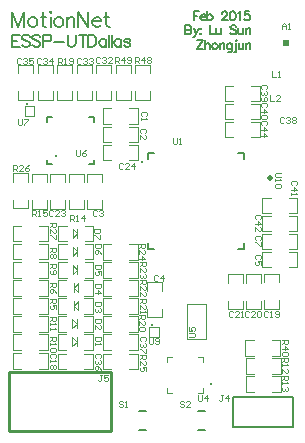
<source format=gto>
%FSLAX25Y25*%
%MOIN*%
G70*
G01*
G75*
G04 Layer_Color=65535*
%ADD10R,0.03937X0.03740*%
%ADD11R,0.25984X0.25984*%
%ADD12O,0.00945X0.02362*%
%ADD13O,0.02362X0.00945*%
%ADD14R,0.02165X0.02362*%
%ADD15R,0.02362X0.02165*%
%ADD16R,0.03740X0.03937*%
%ADD17C,0.00984*%
%ADD18R,0.01772X0.05433*%
%ADD19R,0.09350X0.07480*%
%ADD20R,0.04606X0.07480*%
%ADD21R,0.05807X0.08268*%
%ADD22R,0.03150X0.00984*%
%ADD23R,0.00984X0.03150*%
%ADD24R,0.03937X0.02165*%
%ADD25R,0.04134X0.02362*%
%ADD26R,0.06693X0.06693*%
%ADD27O,0.03347X0.01102*%
%ADD28O,0.01102X0.03347*%
%ADD29R,0.03150X0.03740*%
%ADD30R,0.06299X0.07087*%
%ADD31R,0.01378X0.03937*%
%ADD32R,0.06299X0.03150*%
%ADD33C,0.01200*%
%ADD34C,0.00800*%
%ADD35C,0.01500*%
%ADD36C,0.02000*%
%ADD37C,0.01000*%
%ADD38C,0.01826*%
%ADD39R,0.04000X0.04100*%
%ADD40R,0.01300X0.04400*%
%ADD41R,0.04000X0.04200*%
%ADD42C,0.05906*%
%ADD43R,0.05906X0.05906*%
%ADD44C,0.02200*%
%ADD45C,0.04331*%
%ADD46C,0.05000*%
%ADD47C,0.04000*%
%ADD48R,0.06728X0.02402*%
%ADD49C,0.03098*%
%ADD50R,0.02362X0.03937*%
%ADD51R,0.03937X0.02362*%
%ADD52R,0.07500X0.05500*%
%ADD53R,0.07100X0.05500*%
%ADD54R,0.05500X0.07500*%
%ADD55R,0.03200X0.05900*%
%ADD56R,0.04724X0.04331*%
%ADD57R,0.05906X0.03150*%
%ADD58R,0.02402X0.06728*%
%ADD59C,0.01800*%
%ADD60C,0.01181*%
%ADD61C,0.01969*%
%ADD62R,0.02362X0.02362*%
%ADD63C,0.00394*%
%ADD64C,0.00591*%
%ADD65C,0.00787*%
%ADD66C,0.00315*%
%ADD67C,0.00400*%
%ADD68C,0.00600*%
%ADD69C,0.00700*%
D37*
X228964Y308583D02*
X262822D01*
X262964Y289052D02*
Y308540D01*
X228822Y289052D02*
Y308540D01*
Y289052D02*
X262964D01*
D60*
X273100Y378595D02*
D03*
X276413Y324362D02*
D03*
X244400Y380800D02*
D03*
X235013Y398062D02*
D03*
X296261Y304747D02*
D03*
D61*
X316059Y373457D02*
D03*
D62*
X321100Y418300D02*
D03*
D63*
X307773Y307259D02*
X310600D01*
X307773Y302141D02*
Y307259D01*
Y302141D02*
X310600D01*
X316600Y307259D02*
X319427D01*
Y302141D02*
Y307259D01*
X316600Y302141D02*
X319427D01*
X300773Y392159D02*
X303600D01*
X300773Y387041D02*
Y392159D01*
Y387041D02*
X303600D01*
X309600Y392159D02*
X312427D01*
Y387041D02*
Y392159D01*
X309600Y387041D02*
X312427D01*
X307773Y313259D02*
X310600D01*
X307773Y308141D02*
Y313259D01*
Y308141D02*
X310600D01*
X316600Y313259D02*
X319427D01*
Y308141D02*
Y313259D01*
X316600Y308141D02*
X319427D01*
X230173Y314959D02*
X233000D01*
X230173Y309841D02*
Y314959D01*
Y309841D02*
X233000D01*
X239000Y314959D02*
X241827D01*
Y309841D02*
Y314959D01*
X239000Y309841D02*
X241827D01*
X260173Y390359D02*
X263000D01*
X260173Y385241D02*
Y390359D01*
Y385241D02*
X263000D01*
X269000Y390359D02*
X271827D01*
Y385241D02*
Y390359D01*
X269000Y385241D02*
X271827D01*
X274841Y326973D02*
Y329800D01*
Y326973D02*
X279959D01*
Y329800D01*
X274841Y335800D02*
Y338627D01*
X279959D01*
Y335800D02*
Y338627D01*
X307841Y329673D02*
Y332500D01*
Y329673D02*
X312959D01*
Y332500D01*
X307841Y338500D02*
Y341327D01*
X312959D01*
Y338500D02*
Y341327D01*
X301741Y329673D02*
Y332500D01*
Y329673D02*
X306859D01*
Y332500D01*
X301741Y338500D02*
Y341327D01*
X306859D01*
Y338500D02*
Y341327D01*
X241659Y372000D02*
Y374827D01*
X236541D02*
X241659D01*
X236541Y372000D02*
Y374827D01*
X241659Y363173D02*
Y366000D01*
X236541Y363173D02*
X241659D01*
X236541D02*
Y366000D01*
X253859Y372000D02*
Y374827D01*
X248741D02*
X253859D01*
X248741Y372000D02*
Y374827D01*
X253859Y363173D02*
Y366000D01*
X248741Y363173D02*
X253859D01*
X248741D02*
Y366000D01*
X244941Y399373D02*
Y402200D01*
Y399373D02*
X250059D01*
Y402200D01*
X244941Y408200D02*
Y411027D01*
X250059D01*
Y408200D02*
Y411027D01*
X269559Y408300D02*
Y411127D01*
X264441D02*
X269559D01*
X264441Y408300D02*
Y411127D01*
X269559Y399473D02*
Y402300D01*
X264441Y399473D02*
X269559D01*
X264441D02*
Y402300D01*
X231941Y399373D02*
Y402200D01*
Y399373D02*
X237059D01*
Y402200D01*
X231941Y408200D02*
Y411027D01*
X237059D01*
Y408200D02*
Y411027D01*
X276059Y408300D02*
Y411127D01*
X270941D02*
X276059D01*
X270941Y408300D02*
Y411127D01*
X276059Y399473D02*
Y402300D01*
X270941Y399473D02*
X276059D01*
X270941D02*
Y402300D01*
X251441Y399373D02*
Y402200D01*
Y399373D02*
X256559D01*
Y402200D01*
X251441Y408200D02*
Y411027D01*
X256559D01*
Y408200D02*
Y411027D01*
X257941Y399473D02*
Y402300D01*
Y399473D02*
X263059D01*
Y402300D01*
X257941Y408300D02*
Y411127D01*
X263059D01*
Y408300D02*
Y411127D01*
X238441Y399373D02*
Y402200D01*
Y399373D02*
X243559D01*
Y402200D01*
X238441Y408200D02*
Y411027D01*
X243559D01*
Y408200D02*
Y411027D01*
X247659Y372000D02*
Y374827D01*
X242541D02*
X247659D01*
X242541Y372000D02*
Y374827D01*
X247659Y363173D02*
Y366000D01*
X242541Y363173D02*
X247659D01*
X242541D02*
Y366000D01*
X260173Y384359D02*
X263000D01*
X260173Y379241D02*
Y384359D01*
Y379241D02*
X263000D01*
X269000Y384359D02*
X271827D01*
Y379241D02*
Y384359D01*
X269000Y379241D02*
X271827D01*
X288150Y331505D02*
X294450D01*
X288150Y319694D02*
X294450D01*
X288150D02*
Y331505D01*
X294450Y319694D02*
Y331505D01*
X281695Y301795D02*
Y303369D01*
Y301795D02*
X283269D01*
X281695Y313605D02*
X283269D01*
X281695Y312031D02*
Y313605D01*
X293506Y312031D02*
Y313605D01*
X291931D02*
X293506D01*
Y301795D02*
Y303369D01*
X291931Y301795D02*
X293506D01*
X254100Y346341D02*
X256927D01*
Y351459D01*
X254100D02*
X256927D01*
X245273Y346341D02*
X248100D01*
X245273D02*
Y351459D01*
X248100D01*
X250100Y347400D02*
Y350400D01*
X251600Y347400D02*
Y350400D01*
X250100Y347400D02*
X251600Y348900D01*
X250100Y350400D02*
X251600Y348900D01*
X254100Y340141D02*
X256927D01*
Y345259D01*
X254100D02*
X256927D01*
X245273Y340141D02*
X248100D01*
X245273D02*
Y345259D01*
X248100D01*
X250100Y341200D02*
Y344200D01*
X251600Y341200D02*
Y344200D01*
X250100Y341200D02*
X251600Y342700D01*
X250100Y344200D02*
X251600Y342700D01*
X245173Y339259D02*
X248000D01*
X245173Y334141D02*
Y339259D01*
Y334141D02*
X248000D01*
X254000Y339259D02*
X256827D01*
Y334141D02*
Y339259D01*
X254000Y334141D02*
X256827D01*
X252000Y335200D02*
Y338200D01*
X250500Y335200D02*
Y338200D01*
Y336700D02*
X252000Y338200D01*
X250500Y336700D02*
X252000Y335200D01*
X245173Y333259D02*
X248000D01*
X245173Y328141D02*
Y333259D01*
Y328141D02*
X248000D01*
X254000Y333259D02*
X256827D01*
Y328141D02*
Y333259D01*
X254000Y328141D02*
X256827D01*
X252000Y329200D02*
Y332200D01*
X250500Y329200D02*
Y332200D01*
Y330700D02*
X252000Y332200D01*
X250500Y330700D02*
X252000Y329200D01*
X254000Y322141D02*
X256827D01*
Y327259D01*
X254000D02*
X256827D01*
X245173Y322141D02*
X248000D01*
X245173D02*
Y327259D01*
X248000D01*
X250000Y323200D02*
Y326200D01*
X251500Y323200D02*
Y326200D01*
X250000Y323200D02*
X251500Y324700D01*
X250000Y326200D02*
X251500Y324700D01*
X254000Y316141D02*
X256827D01*
Y321259D01*
X254000D02*
X256827D01*
X245173Y316141D02*
X248000D01*
X245173D02*
Y321259D01*
X248000D01*
X250000Y317200D02*
Y320200D01*
X251500Y317200D02*
Y320200D01*
X250000Y317200D02*
X251500Y318700D01*
X250000Y320200D02*
X251500Y318700D01*
X230173Y351459D02*
X233000D01*
X230173Y346341D02*
Y351459D01*
Y346341D02*
X233000D01*
X239000Y351459D02*
X241827D01*
Y346341D02*
Y351459D01*
X239000Y346341D02*
X241827D01*
X230173Y345259D02*
X233000D01*
X230173Y340141D02*
Y345259D01*
Y340141D02*
X233000D01*
X239000Y345259D02*
X241827D01*
Y340141D02*
Y345259D01*
X239000Y340141D02*
X241827D01*
X239000Y334141D02*
X241827D01*
Y339259D01*
X239000D02*
X241827D01*
X230173Y334141D02*
X233000D01*
X230173D02*
Y339259D01*
X233000D01*
X239000Y328141D02*
X241827D01*
Y333259D01*
X239000D02*
X241827D01*
X230173Y328141D02*
X233000D01*
X230173D02*
Y333259D01*
X233000D01*
X230173Y327259D02*
X233000D01*
X230173Y322141D02*
Y327259D01*
Y322141D02*
X233000D01*
X239000Y327259D02*
X241827D01*
Y322141D02*
Y327259D01*
X239000Y322141D02*
X241827D01*
X230173Y321259D02*
X233000D01*
X230173Y316141D02*
Y321259D01*
Y316141D02*
X233000D01*
X239000Y321259D02*
X241827D01*
Y316141D02*
Y321259D01*
X239000Y316141D02*
X241827D01*
X269000Y346141D02*
X271827D01*
Y351259D01*
X269000D02*
X271827D01*
X260173Y346141D02*
X263000D01*
X260173D02*
Y351259D01*
X263000D01*
X269000Y340141D02*
X271827D01*
Y345259D01*
X269000D02*
X271827D01*
X260173Y340141D02*
X263000D01*
X260173D02*
Y345259D01*
X263000D01*
X269000Y334141D02*
X271827D01*
Y339259D01*
X269000D02*
X271827D01*
X260173Y334141D02*
X263000D01*
X260173D02*
Y339259D01*
X263000D01*
X269000Y328141D02*
X271827D01*
Y333259D01*
X269000D02*
X271827D01*
X260173Y328141D02*
X263000D01*
X260173D02*
Y333259D01*
X263000D01*
X260173Y327259D02*
X263000D01*
X260173Y322141D02*
Y327259D01*
Y322141D02*
X263000D01*
X269000Y327259D02*
X271827D01*
Y322141D02*
Y327259D01*
X269000Y322141D02*
X271827D01*
X260173Y321259D02*
X263000D01*
X260173Y316141D02*
Y321259D01*
Y316141D02*
X263000D01*
X269000Y321259D02*
X271827D01*
Y316141D02*
Y321259D01*
X269000Y316141D02*
X271827D01*
X254000Y309741D02*
X256827D01*
Y314859D01*
X254000D02*
X256827D01*
X245173Y309741D02*
X248000D01*
X245173D02*
Y314859D01*
X248000D01*
X269000Y309741D02*
X271827D01*
Y314859D01*
X269000D02*
X271827D01*
X260173Y309741D02*
X263000D01*
X260173D02*
Y314859D01*
X263000D01*
X260173Y396559D02*
X263000D01*
X260173Y391441D02*
Y396559D01*
Y391441D02*
X263000D01*
X269000Y396559D02*
X271827D01*
Y391441D02*
Y396559D01*
X269000Y391441D02*
X271827D01*
X313373Y354859D02*
X316200D01*
X313373Y349741D02*
Y354859D01*
Y349741D02*
X316200D01*
X322200Y354859D02*
X325027D01*
Y349741D02*
Y354859D01*
X322200Y349741D02*
X325027D01*
X322200Y343741D02*
X325027D01*
Y348859D01*
X322200D02*
X325027D01*
X313373Y343741D02*
X316200D01*
X313373D02*
Y348859D01*
X316200D01*
X260059Y372000D02*
Y374827D01*
X254941D02*
X260059D01*
X254941Y372000D02*
Y374827D01*
X260059Y363173D02*
Y366000D01*
X254941Y363173D02*
X260059D01*
X254941D02*
Y366000D01*
X300773Y404159D02*
X303600D01*
X300773Y399041D02*
Y404159D01*
Y399041D02*
X303600D01*
X309600Y404159D02*
X312427D01*
Y399041D02*
Y404159D01*
X309600Y399041D02*
X312427D01*
X300773Y398159D02*
X303600D01*
X300773Y393041D02*
Y398159D01*
Y393041D02*
X303600D01*
X309600Y398159D02*
X312427D01*
Y393041D02*
Y398159D01*
X309600Y393041D02*
X312427D01*
X313373Y366859D02*
X316200D01*
X313373Y361741D02*
Y366859D01*
Y361741D02*
X316200D01*
X322200Y366859D02*
X325027D01*
Y361741D02*
Y366859D01*
X322200Y361741D02*
X325027D01*
X313373Y360859D02*
X316200D01*
X313373Y355741D02*
Y360859D01*
Y355741D02*
X316200D01*
X322200Y360859D02*
X325027D01*
Y355741D02*
Y360859D01*
X322200Y355741D02*
X325027D01*
X230241Y363273D02*
Y366100D01*
Y363273D02*
X235359D01*
Y366100D01*
X230241Y372100D02*
Y374927D01*
X235359D01*
Y372100D02*
Y374927D01*
X239000Y352341D02*
X241827D01*
Y357459D01*
X239000D02*
X241827D01*
X230173Y352341D02*
X233000D01*
X230173D02*
Y357459D01*
X233000D01*
X250100Y356400D02*
X251600Y354900D01*
X250100Y353400D02*
X251600Y354900D01*
Y353400D02*
Y356400D01*
X250100Y353400D02*
Y356400D01*
X245273Y357459D02*
X248100D01*
X245273Y352341D02*
Y357459D01*
Y352341D02*
X248100D01*
X254100Y357459D02*
X256927D01*
Y352341D02*
Y357459D01*
X254100Y352341D02*
X256927D01*
X316500Y314141D02*
X319327D01*
Y319259D01*
X316500D02*
X319327D01*
X307673Y314141D02*
X310500D01*
X307673D02*
Y319259D01*
X310500D01*
X313841Y329773D02*
Y332600D01*
Y329773D02*
X318959D01*
Y332600D01*
X313841Y338600D02*
Y341427D01*
X318959D01*
Y338600D02*
Y341427D01*
D64*
X275100Y381800D02*
X277100D01*
X275100Y379800D02*
Y381800D01*
Y349800D02*
X277100D01*
X275100D02*
Y351800D01*
X307100Y349800D02*
Y351800D01*
X305100Y349800D02*
X307100D01*
X305100Y381800D02*
X307100D01*
Y379800D02*
Y381800D01*
D65*
X303600Y290500D02*
X323600D01*
Y300500D01*
X303600D02*
X323600D01*
X303600Y290500D02*
Y300500D01*
X241526Y393674D02*
X243101D01*
X241526Y392099D02*
Y393674D01*
X257274Y392099D02*
Y393674D01*
X255699D02*
X257274D01*
X255699Y377926D02*
X257274D01*
Y379501D01*
X241526Y377926D02*
X243101D01*
X241526D02*
Y379501D01*
X272119Y289450D02*
X274481D01*
X272119Y295750D02*
X274481D01*
X291919D02*
X294281D01*
X291919Y289450D02*
X294281D01*
D66*
X278735Y320465D02*
Y323535D01*
X275665D02*
X278735D01*
X275665Y320465D02*
Y323535D01*
Y320465D02*
X278735D01*
X237335Y394165D02*
Y397235D01*
X234265D02*
X237335D01*
X234265Y394165D02*
Y397235D01*
Y394165D02*
X237335D01*
D67*
X230200Y375700D02*
Y377699D01*
X231200D01*
X231533Y377366D01*
Y376700D01*
X231200Y376366D01*
X230200D01*
X230866D02*
X231533Y375700D01*
X233532D02*
X232199D01*
X233532Y377033D01*
Y377366D01*
X233199Y377699D01*
X232533D01*
X232199Y377366D01*
X235532Y377699D02*
X234865Y377366D01*
X234199Y376700D01*
Y376033D01*
X234532Y375700D01*
X235198D01*
X235532Y376033D01*
Y376366D01*
X235198Y376700D01*
X234199D01*
X314666Y390967D02*
X314999Y391300D01*
Y391967D01*
X314666Y392300D01*
X313333D01*
X313000Y391967D01*
Y391300D01*
X313333Y390967D01*
X313000Y389301D02*
X314999D01*
X314000Y390301D01*
Y388968D01*
X313000Y387302D02*
X314999D01*
X314000Y388301D01*
Y386968D01*
X316000Y401099D02*
Y399100D01*
X317333D01*
X319332D02*
X317999D01*
X319332Y400433D01*
Y400766D01*
X318999Y401099D01*
X318333D01*
X317999Y400766D01*
X316400Y409099D02*
Y407100D01*
X317733D01*
X318399D02*
X319066D01*
X318733D01*
Y409099D01*
X318399Y408766D01*
X320433Y393366D02*
X320100Y393699D01*
X319433D01*
X319100Y393366D01*
Y392033D01*
X319433Y391700D01*
X320100D01*
X320433Y392033D01*
X321099Y393366D02*
X321433Y393699D01*
X322099D01*
X322432Y393366D01*
Y393033D01*
X322099Y392700D01*
X321766D01*
X322099D01*
X322432Y392366D01*
Y392033D01*
X322099Y391700D01*
X321433D01*
X321099Y392033D01*
X323099Y393366D02*
X323432Y393699D01*
X324098D01*
X324432Y393366D01*
Y393033D01*
X324098Y392700D01*
X324432Y392366D01*
Y392033D01*
X324098Y391700D01*
X323432D01*
X323099Y392033D01*
Y392366D01*
X323432Y392700D01*
X323099Y393033D01*
Y393366D01*
X323432Y392700D02*
X324098D01*
X319699Y375100D02*
X318033D01*
X317700Y374767D01*
Y374100D01*
X318033Y373767D01*
X319699D01*
X317700Y373101D02*
Y372434D01*
Y372767D01*
X319699D01*
X319366Y373101D01*
Y371434D02*
X319699Y371101D01*
Y370435D01*
X319366Y370102D01*
X318033D01*
X317700Y370435D01*
Y371101D01*
X318033Y371434D01*
X319366D01*
X319800Y422900D02*
Y424233D01*
X320466Y424899D01*
X321133Y424233D01*
Y422900D01*
Y423900D01*
X319800D01*
X321799Y422900D02*
X322466D01*
X322133D01*
Y424899D01*
X321799Y424566D01*
X315233Y328566D02*
X314900Y328899D01*
X314233D01*
X313900Y328566D01*
Y327233D01*
X314233Y326900D01*
X314900D01*
X315233Y327233D01*
X315899Y326900D02*
X316566D01*
X316233D01*
Y328899D01*
X315899Y328566D01*
X317565Y327233D02*
X317899Y326900D01*
X318565D01*
X318898Y327233D01*
Y328566D01*
X318565Y328899D01*
X317899D01*
X317565Y328566D01*
Y328233D01*
X317899Y327900D01*
X318898D01*
X260033Y307699D02*
X259366D01*
X259700D01*
Y306033D01*
X259366Y305700D01*
X259033D01*
X258700Y306033D01*
X262032Y307699D02*
X260699D01*
Y306700D01*
X261366Y307033D01*
X261699D01*
X262032Y306700D01*
Y306033D01*
X261699Y305700D01*
X261033D01*
X260699Y306033D01*
X291800Y300999D02*
Y299333D01*
X292133Y299000D01*
X292800D01*
X293133Y299333D01*
Y300999D01*
X294799Y299000D02*
Y300999D01*
X293799Y300000D01*
X295132D01*
X283700Y386599D02*
Y384933D01*
X284033Y384600D01*
X284700D01*
X285033Y384933D01*
Y386599D01*
X285699Y384600D02*
X286366D01*
X286033D01*
Y386599D01*
X285699Y386266D01*
X274466Y394067D02*
X274799Y394400D01*
Y395067D01*
X274466Y395400D01*
X273133D01*
X272800Y395067D01*
Y394400D01*
X273133Y394067D01*
X272800Y393401D02*
Y392734D01*
Y393067D01*
X274799D01*
X274466Y393401D01*
X274266Y388467D02*
X274599Y388800D01*
Y389467D01*
X274266Y389800D01*
X272933D01*
X272600Y389467D01*
Y388800D01*
X272933Y388467D01*
X272600Y386468D02*
Y387801D01*
X273933Y386468D01*
X274266D01*
X274599Y386801D01*
Y387467D01*
X274266Y387801D01*
X258233Y362366D02*
X257900Y362699D01*
X257233D01*
X256900Y362366D01*
Y361033D01*
X257233Y360700D01*
X257900D01*
X258233Y361033D01*
X258899Y362366D02*
X259233Y362699D01*
X259899D01*
X260232Y362366D01*
Y362033D01*
X259899Y361700D01*
X259566D01*
X259899D01*
X260232Y361366D01*
Y361033D01*
X259899Y360700D01*
X259233D01*
X258899Y361033D01*
X278633Y340766D02*
X278300Y341099D01*
X277633D01*
X277300Y340766D01*
Y339433D01*
X277633Y339100D01*
X278300D01*
X278633Y339433D01*
X280299Y339100D02*
Y341099D01*
X279299Y340100D01*
X280632D01*
X312666Y346267D02*
X312999Y346600D01*
Y347267D01*
X312666Y347600D01*
X311333D01*
X311000Y347267D01*
Y346600D01*
X311333Y346267D01*
X312999Y344268D02*
Y345601D01*
X312000D01*
X312333Y344934D01*
Y344601D01*
X312000Y344268D01*
X311333D01*
X311000Y344601D01*
Y345267D01*
X311333Y345601D01*
X312566Y352567D02*
X312899Y352900D01*
Y353567D01*
X312566Y353900D01*
X311233D01*
X310900Y353567D01*
Y352900D01*
X311233Y352567D01*
X312899Y351901D02*
Y350568D01*
X312566D01*
X311233Y351901D01*
X310900D01*
X244066Y313367D02*
X244399Y313700D01*
Y314367D01*
X244066Y314700D01*
X242733D01*
X242400Y314367D01*
Y313700D01*
X242733Y313367D01*
X242400Y312701D02*
Y312034D01*
Y312367D01*
X244399D01*
X244066Y312701D01*
Y311034D02*
X244399Y310701D01*
Y310035D01*
X244066Y309702D01*
X243733D01*
X243400Y310035D01*
X243066Y309702D01*
X242733D01*
X242400Y310035D01*
Y310701D01*
X242733Y311034D01*
X243066D01*
X243400Y310701D01*
X243733Y311034D01*
X244066D01*
X243400Y310701D02*
Y310035D01*
X308733Y328566D02*
X308400Y328899D01*
X307733D01*
X307400Y328566D01*
Y327233D01*
X307733Y326900D01*
X308400D01*
X308733Y327233D01*
X310732Y326900D02*
X309399D01*
X310732Y328233D01*
Y328566D01*
X310399Y328899D01*
X309733D01*
X309399Y328566D01*
X311399D02*
X311732Y328899D01*
X312398D01*
X312732Y328566D01*
Y327233D01*
X312398Y326900D01*
X311732D01*
X311399Y327233D01*
Y328566D01*
X303433Y328766D02*
X303100Y329099D01*
X302433D01*
X302100Y328766D01*
Y327433D01*
X302433Y327100D01*
X303100D01*
X303433Y327433D01*
X305432Y327100D02*
X304099D01*
X305432Y328433D01*
Y328766D01*
X305099Y329099D01*
X304433D01*
X304099Y328766D01*
X306099Y327100D02*
X306765D01*
X306432D01*
Y329099D01*
X306099Y328766D01*
X243633Y362266D02*
X243300Y362599D01*
X242633D01*
X242300Y362266D01*
Y360933D01*
X242633Y360600D01*
X243300D01*
X243633Y360933D01*
X245632Y360600D02*
X244299D01*
X245632Y361933D01*
Y362266D01*
X245299Y362599D01*
X244633D01*
X244299Y362266D01*
X246299D02*
X246632Y362599D01*
X247298D01*
X247632Y362266D01*
Y361933D01*
X247298Y361600D01*
X246965D01*
X247298D01*
X247632Y361266D01*
Y360933D01*
X247298Y360600D01*
X246632D01*
X246299Y360933D01*
X266733Y377866D02*
X266400Y378199D01*
X265733D01*
X265400Y377866D01*
Y376533D01*
X265733Y376200D01*
X266400D01*
X266733Y376533D01*
X268732Y376200D02*
X267399D01*
X268732Y377533D01*
Y377866D01*
X268399Y378199D01*
X267733D01*
X267399Y377866D01*
X270398Y376200D02*
Y378199D01*
X269399Y377200D01*
X270732D01*
X259233Y413266D02*
X258900Y413599D01*
X258233D01*
X257900Y413266D01*
Y411933D01*
X258233Y411600D01*
X258900D01*
X259233Y411933D01*
X259899Y413266D02*
X260233Y413599D01*
X260899D01*
X261232Y413266D01*
Y412933D01*
X260899Y412600D01*
X260566D01*
X260899D01*
X261232Y412266D01*
Y411933D01*
X260899Y411600D01*
X260233D01*
X259899Y411933D01*
X263232Y411600D02*
X261899D01*
X263232Y412933D01*
Y413266D01*
X262898Y413599D01*
X262232D01*
X261899Y413266D01*
X252733Y413166D02*
X252400Y413499D01*
X251733D01*
X251400Y413166D01*
Y411833D01*
X251733Y411500D01*
X252400D01*
X252733Y411833D01*
X253399Y413166D02*
X253733Y413499D01*
X254399D01*
X254732Y413166D01*
Y412833D01*
X254399Y412500D01*
X254066D01*
X254399D01*
X254732Y412166D01*
Y411833D01*
X254399Y411500D01*
X253733D01*
X253399Y411833D01*
X255399Y413166D02*
X255732Y413499D01*
X256398D01*
X256732Y413166D01*
Y412833D01*
X256398Y412500D01*
X256065D01*
X256398D01*
X256732Y412166D01*
Y411833D01*
X256398Y411500D01*
X255732D01*
X255399Y411833D01*
X239533Y413166D02*
X239200Y413499D01*
X238533D01*
X238200Y413166D01*
Y411833D01*
X238533Y411500D01*
X239200D01*
X239533Y411833D01*
X240199Y413166D02*
X240533Y413499D01*
X241199D01*
X241532Y413166D01*
Y412833D01*
X241199Y412500D01*
X240866D01*
X241199D01*
X241532Y412166D01*
Y411833D01*
X241199Y411500D01*
X240533D01*
X240199Y411833D01*
X243198Y411500D02*
Y413499D01*
X242199Y412500D01*
X243532D01*
X233033Y413166D02*
X232700Y413499D01*
X232033D01*
X231700Y413166D01*
Y411833D01*
X232033Y411500D01*
X232700D01*
X233033Y411833D01*
X233699Y413166D02*
X234033Y413499D01*
X234699D01*
X235032Y413166D01*
Y412833D01*
X234699Y412500D01*
X234366D01*
X234699D01*
X235032Y412166D01*
Y411833D01*
X234699Y411500D01*
X234033D01*
X233699Y411833D01*
X237032Y413499D02*
X235699D01*
Y412500D01*
X236365Y412833D01*
X236698D01*
X237032Y412500D01*
Y411833D01*
X236698Y411500D01*
X236032D01*
X235699Y411833D01*
X259166Y313467D02*
X259499Y313800D01*
Y314467D01*
X259166Y314800D01*
X257833D01*
X257500Y314467D01*
Y313800D01*
X257833Y313467D01*
X259166Y312801D02*
X259499Y312467D01*
Y311801D01*
X259166Y311468D01*
X258833D01*
X258500Y311801D01*
Y312134D01*
Y311801D01*
X258166Y311468D01*
X257833D01*
X257500Y311801D01*
Y312467D01*
X257833Y312801D01*
X259499Y309468D02*
X259166Y310135D01*
X258500Y310801D01*
X257833D01*
X257500Y310468D01*
Y309802D01*
X257833Y309468D01*
X258166D01*
X258500Y309802D01*
Y310801D01*
X274166Y318967D02*
X274499Y319300D01*
Y319967D01*
X274166Y320300D01*
X272833D01*
X272500Y319967D01*
Y319300D01*
X272833Y318967D01*
X274166Y318301D02*
X274499Y317967D01*
Y317301D01*
X274166Y316968D01*
X273833D01*
X273500Y317301D01*
Y317634D01*
Y317301D01*
X273166Y316968D01*
X272833D01*
X272500Y317301D01*
Y317967D01*
X272833Y318301D01*
X274499Y316301D02*
Y314968D01*
X274166D01*
X272833Y316301D01*
X272500D01*
X242500Y333000D02*
X244499D01*
Y332000D01*
X244166Y331667D01*
X243500D01*
X243166Y332000D01*
Y333000D01*
Y332334D02*
X242500Y331667D01*
X244499Y329668D02*
Y331001D01*
X243500D01*
X243833Y330334D01*
Y330001D01*
X243500Y329668D01*
X242833D01*
X242500Y330001D01*
Y330667D01*
X242833Y331001D01*
X242400Y338200D02*
X244399D01*
Y337200D01*
X244066Y336867D01*
X243400D01*
X243066Y337200D01*
Y338200D01*
Y337534D02*
X242400Y336867D01*
X244399Y334868D02*
X244066Y335534D01*
X243400Y336201D01*
X242733D01*
X242400Y335867D01*
Y335201D01*
X242733Y334868D01*
X243066D01*
X243400Y335201D01*
Y336201D01*
X242600Y350100D02*
X244599D01*
Y349100D01*
X244266Y348767D01*
X243600D01*
X243266Y349100D01*
Y350100D01*
Y349434D02*
X242600Y348767D01*
X244266Y348101D02*
X244599Y347767D01*
Y347101D01*
X244266Y346768D01*
X243933D01*
X243600Y347101D01*
X243266Y346768D01*
X242933D01*
X242600Y347101D01*
Y347767D01*
X242933Y348101D01*
X243266D01*
X243600Y347767D01*
X243933Y348101D01*
X244266D01*
X243600Y347767D02*
Y347101D01*
X242400Y344600D02*
X244399D01*
Y343600D01*
X244066Y343267D01*
X243400D01*
X243066Y343600D01*
Y344600D01*
Y343934D02*
X242400Y343267D01*
X242733Y342601D02*
X242400Y342267D01*
Y341601D01*
X242733Y341268D01*
X244066D01*
X244399Y341601D01*
Y342267D01*
X244066Y342601D01*
X243733D01*
X243400Y342267D01*
Y341268D01*
X242500Y320300D02*
X244499D01*
Y319300D01*
X244166Y318967D01*
X243500D01*
X243166Y319300D01*
Y320300D01*
Y319634D02*
X242500Y318967D01*
Y318301D02*
Y317634D01*
Y317967D01*
X244499D01*
X244166Y318301D01*
Y316634D02*
X244499Y316301D01*
Y315635D01*
X244166Y315302D01*
X242833D01*
X242500Y315635D01*
Y316301D01*
X242833Y316634D01*
X244166D01*
X242400Y327000D02*
X244399D01*
Y326000D01*
X244066Y325667D01*
X243400D01*
X243066Y326000D01*
Y327000D01*
Y326334D02*
X242400Y325667D01*
Y325001D02*
Y324334D01*
Y324667D01*
X244399D01*
X244066Y325001D01*
X242400Y323335D02*
Y322668D01*
Y323001D01*
X244399D01*
X244066Y323335D01*
X319900Y313200D02*
X321899D01*
Y312200D01*
X321566Y311867D01*
X320900D01*
X320566Y312200D01*
Y313200D01*
Y312534D02*
X319900Y311867D01*
Y311201D02*
Y310534D01*
Y310867D01*
X321899D01*
X321566Y311201D01*
X319900Y308202D02*
Y309535D01*
X321233Y308202D01*
X321566D01*
X321899Y308535D01*
Y309201D01*
X321566Y309535D01*
X319900Y307200D02*
X321899D01*
Y306200D01*
X321566Y305867D01*
X320900D01*
X320566Y306200D01*
Y307200D01*
Y306534D02*
X319900Y305867D01*
Y305201D02*
Y304534D01*
Y304867D01*
X321899D01*
X321566Y305201D01*
Y303535D02*
X321899Y303201D01*
Y302535D01*
X321566Y302202D01*
X321233D01*
X320900Y302535D01*
Y302868D01*
Y302535D01*
X320566Y302202D01*
X320233D01*
X319900Y302535D01*
Y303201D01*
X320233Y303535D01*
X249200Y359000D02*
Y360999D01*
X250200D01*
X250533Y360666D01*
Y360000D01*
X250200Y359666D01*
X249200D01*
X249866D02*
X250533Y359000D01*
X251199D02*
X251866D01*
X251533D01*
Y360999D01*
X251199Y360666D01*
X253865Y359000D02*
Y360999D01*
X252866Y360000D01*
X254198D01*
X236500Y360600D02*
Y362599D01*
X237500D01*
X237833Y362266D01*
Y361600D01*
X237500Y361266D01*
X236500D01*
X237166D02*
X237833Y360600D01*
X238499D02*
X239166D01*
X238833D01*
Y362599D01*
X238499Y362266D01*
X241498Y362599D02*
X240165D01*
Y361600D01*
X240832Y361933D01*
X241165D01*
X241498Y361600D01*
Y360933D01*
X241165Y360600D01*
X240499D01*
X240165Y360933D01*
X245100Y411500D02*
Y413499D01*
X246100D01*
X246433Y413166D01*
Y412500D01*
X246100Y412166D01*
X245100D01*
X245766D02*
X246433Y411500D01*
X247099D02*
X247766D01*
X247433D01*
Y413499D01*
X247099Y413166D01*
X248765Y411833D02*
X249099Y411500D01*
X249765D01*
X250098Y411833D01*
Y413166D01*
X249765Y413499D01*
X249099D01*
X248765Y413166D01*
Y412833D01*
X249099Y412500D01*
X250098D01*
X272300Y327800D02*
X274299D01*
Y326800D01*
X273966Y326467D01*
X273300D01*
X272966Y326800D01*
Y327800D01*
Y327134D02*
X272300Y326467D01*
Y324468D02*
Y325801D01*
X273633Y324468D01*
X273966D01*
X274299Y324801D01*
Y325467D01*
X273966Y325801D01*
Y323801D02*
X274299Y323468D01*
Y322802D01*
X273966Y322468D01*
X272633D01*
X272300Y322802D01*
Y323468D01*
X272633Y323801D01*
X273966D01*
X272400Y333000D02*
X274399D01*
Y332000D01*
X274066Y331667D01*
X273400D01*
X273066Y332000D01*
Y333000D01*
Y332334D02*
X272400Y331667D01*
Y329668D02*
Y331001D01*
X273733Y329668D01*
X274066D01*
X274399Y330001D01*
Y330667D01*
X274066Y331001D01*
X272400Y329001D02*
Y328335D01*
Y328668D01*
X274399D01*
X274066Y329001D01*
X272400Y339400D02*
X274399D01*
Y338400D01*
X274066Y338067D01*
X273400D01*
X273066Y338400D01*
Y339400D01*
Y338734D02*
X272400Y338067D01*
Y336068D02*
Y337401D01*
X273733Y336068D01*
X274066D01*
X274399Y336401D01*
Y337067D01*
X274066Y337401D01*
X272400Y334068D02*
Y335401D01*
X273733Y334068D01*
X274066D01*
X274399Y334402D01*
Y335068D01*
X274066Y335401D01*
X272400Y345400D02*
X274399D01*
Y344400D01*
X274066Y344067D01*
X273400D01*
X273066Y344400D01*
Y345400D01*
Y344734D02*
X272400Y344067D01*
Y342068D02*
Y343401D01*
X273733Y342068D01*
X274066D01*
X274399Y342401D01*
Y343067D01*
X274066Y343401D01*
Y341401D02*
X274399Y341068D01*
Y340402D01*
X274066Y340068D01*
X273733D01*
X273400Y340402D01*
Y340735D01*
Y340402D01*
X273066Y340068D01*
X272733D01*
X272400Y340402D01*
Y341068D01*
X272733Y341401D01*
X272300Y351300D02*
X274299D01*
Y350300D01*
X273966Y349967D01*
X273300D01*
X272966Y350300D01*
Y351300D01*
Y350634D02*
X272300Y349967D01*
Y347968D02*
Y349301D01*
X273633Y347968D01*
X273966D01*
X274299Y348301D01*
Y348967D01*
X273966Y349301D01*
X272300Y346302D02*
X274299D01*
X273300Y347301D01*
Y345968D01*
X272400Y314300D02*
X274399D01*
Y313300D01*
X274066Y312967D01*
X273400D01*
X273066Y313300D01*
Y314300D01*
Y313634D02*
X272400Y312967D01*
Y310968D02*
Y312301D01*
X273733Y310968D01*
X274066D01*
X274399Y311301D01*
Y311967D01*
X274066Y312301D01*
X274399Y308968D02*
Y310301D01*
X273400D01*
X273733Y309635D01*
Y309302D01*
X273400Y308968D01*
X272733D01*
X272400Y309302D01*
Y309968D01*
X272733Y310301D01*
X270800Y411600D02*
Y413599D01*
X271800D01*
X272133Y413266D01*
Y412600D01*
X271800Y412266D01*
X270800D01*
X271466D02*
X272133Y411600D01*
X273799D02*
Y413599D01*
X272799Y412600D01*
X274132D01*
X274799Y413266D02*
X275132Y413599D01*
X275798D01*
X276132Y413266D01*
Y412933D01*
X275798Y412600D01*
X276132Y412266D01*
Y411933D01*
X275798Y411600D01*
X275132D01*
X274799Y411933D01*
Y412266D01*
X275132Y412600D01*
X274799Y412933D01*
Y413266D01*
X275132Y412600D02*
X275798D01*
X264200Y411600D02*
Y413599D01*
X265200D01*
X265533Y413266D01*
Y412600D01*
X265200Y412266D01*
X264200D01*
X264866D02*
X265533Y411600D01*
X267199D02*
Y413599D01*
X266199Y412600D01*
X267532D01*
X268199Y411933D02*
X268532Y411600D01*
X269198D01*
X269532Y411933D01*
Y413266D01*
X269198Y413599D01*
X268532D01*
X268199Y413266D01*
Y412933D01*
X268532Y412600D01*
X269532D01*
X266833Y298666D02*
X266500Y298999D01*
X265833D01*
X265500Y298666D01*
Y298333D01*
X265833Y298000D01*
X266500D01*
X266833Y297666D01*
Y297333D01*
X266500Y297000D01*
X265833D01*
X265500Y297333D01*
X267499Y297000D02*
X268166D01*
X267833D01*
Y298999D01*
X267499Y298666D01*
X287133D02*
X286800Y298999D01*
X286133D01*
X285800Y298666D01*
Y298333D01*
X286133Y298000D01*
X286800D01*
X287133Y297666D01*
Y297333D01*
X286800Y297000D01*
X286133D01*
X285800Y297333D01*
X289132Y297000D02*
X287799D01*
X289132Y298333D01*
Y298666D01*
X288799Y298999D01*
X288133D01*
X287799Y298666D01*
X259399Y320400D02*
X257400D01*
Y319400D01*
X257733Y319067D01*
X259066D01*
X259399Y319400D01*
Y320400D01*
X257400Y318401D02*
Y317734D01*
Y318067D01*
X259399D01*
X259066Y318401D01*
X259599Y326200D02*
X257600D01*
Y325200D01*
X257933Y324867D01*
X259266D01*
X259599Y325200D01*
Y326200D01*
X257600Y322868D02*
Y324201D01*
X258933Y322868D01*
X259266D01*
X259599Y323201D01*
Y323867D01*
X259266Y324201D01*
X259399Y332100D02*
X257400D01*
Y331100D01*
X257733Y330767D01*
X259066D01*
X259399Y331100D01*
Y332100D01*
X259066Y330101D02*
X259399Y329767D01*
Y329101D01*
X259066Y328768D01*
X258733D01*
X258400Y329101D01*
Y329434D01*
Y329101D01*
X258066Y328768D01*
X257733D01*
X257400Y329101D01*
Y329767D01*
X257733Y330101D01*
X259499Y338100D02*
X257500D01*
Y337100D01*
X257833Y336767D01*
X259166D01*
X259499Y337100D01*
Y338100D01*
X257500Y335101D02*
X259499D01*
X258500Y336101D01*
Y334768D01*
X259499Y344300D02*
X257500D01*
Y343300D01*
X257833Y342967D01*
X259166D01*
X259499Y343300D01*
Y344300D01*
Y340968D02*
Y342301D01*
X258500D01*
X258833Y341634D01*
Y341301D01*
X258500Y340968D01*
X257833D01*
X257500Y341301D01*
Y341967D01*
X257833Y342301D01*
X259599Y351300D02*
X257600D01*
Y350300D01*
X257933Y349967D01*
X259266D01*
X259599Y350300D01*
Y351300D01*
Y347968D02*
X259266Y348634D01*
X258600Y349301D01*
X257933D01*
X257600Y348967D01*
Y348301D01*
X257933Y347968D01*
X258266D01*
X258600Y348301D01*
Y349301D01*
X300233Y301099D02*
X299566D01*
X299900D01*
Y299433D01*
X299566Y299100D01*
X299233D01*
X298900Y299433D01*
X301899Y299100D02*
Y301099D01*
X300899Y300100D01*
X302232D01*
X288801Y320400D02*
X290467D01*
X290800Y320733D01*
Y321400D01*
X290467Y321733D01*
X288801D01*
Y323732D02*
Y322399D01*
X289800D01*
X289467Y323066D01*
Y323399D01*
X289800Y323732D01*
X290467D01*
X290800Y323399D01*
Y322733D01*
X290467Y322399D01*
X251150Y382549D02*
Y380883D01*
X251483Y380550D01*
X252150D01*
X252483Y380883D01*
Y382549D01*
X254482D02*
X253816Y382216D01*
X253149Y381550D01*
Y380883D01*
X253483Y380550D01*
X254149D01*
X254482Y380883D01*
Y381216D01*
X254149Y381550D01*
X253149D01*
X232000Y392899D02*
Y391233D01*
X232333Y390900D01*
X233000D01*
X233333Y391233D01*
Y392899D01*
X233999D02*
X235332D01*
Y392566D01*
X233999Y391233D01*
Y390900D01*
X275500Y320099D02*
Y318433D01*
X275833Y318100D01*
X276500D01*
X276833Y318433D01*
Y320099D01*
X277499Y318433D02*
X277833Y318100D01*
X278499D01*
X278832Y318433D01*
Y319766D01*
X278499Y320099D01*
X277833D01*
X277499Y319766D01*
Y319433D01*
X277833Y319100D01*
X278832D01*
X314666Y403067D02*
X314999Y403400D01*
Y404067D01*
X314666Y404400D01*
X313333D01*
X313000Y404067D01*
Y403400D01*
X313333Y403067D01*
X314666Y402401D02*
X314999Y402067D01*
Y401401D01*
X314666Y401068D01*
X314333D01*
X314000Y401401D01*
Y401734D01*
Y401401D01*
X313666Y401068D01*
X313333D01*
X313000Y401401D01*
Y402067D01*
X313333Y402401D01*
Y400401D02*
X313000Y400068D01*
Y399402D01*
X313333Y399068D01*
X314666D01*
X314999Y399402D01*
Y400068D01*
X314666Y400401D01*
X314333D01*
X314000Y400068D01*
Y399068D01*
X314666Y396967D02*
X314999Y397300D01*
Y397967D01*
X314666Y398300D01*
X313333D01*
X313000Y397967D01*
Y397300D01*
X313333Y396967D01*
X313000Y395301D02*
X314999D01*
X314000Y396301D01*
Y394968D01*
X314666Y394301D02*
X314999Y393968D01*
Y393302D01*
X314666Y392968D01*
X313333D01*
X313000Y393302D01*
Y393968D01*
X313333Y394301D01*
X314666D01*
X324666Y371067D02*
X324999Y371400D01*
Y372067D01*
X324666Y372400D01*
X323333D01*
X323000Y372067D01*
Y371400D01*
X323333Y371067D01*
X323000Y369401D02*
X324999D01*
X324000Y370401D01*
Y369068D01*
X323000Y368401D02*
Y367735D01*
Y368068D01*
X324999D01*
X324666Y368401D01*
X312466Y359567D02*
X312799Y359900D01*
Y360567D01*
X312466Y360900D01*
X311133D01*
X310800Y360567D01*
Y359900D01*
X311133Y359567D01*
X310800Y357901D02*
X312799D01*
X311800Y358901D01*
Y357568D01*
X310800Y355568D02*
Y356901D01*
X312133Y355568D01*
X312466D01*
X312799Y355902D01*
Y356568D01*
X312466Y356901D01*
X259299Y356500D02*
X257300D01*
Y355500D01*
X257633Y355167D01*
X258966D01*
X259299Y355500D01*
Y356500D01*
Y354501D02*
Y353168D01*
X258966D01*
X257633Y354501D01*
X257300D01*
X242600Y358500D02*
X244599D01*
Y357500D01*
X244266Y357167D01*
X243600D01*
X243266Y357500D01*
Y358500D01*
Y357834D02*
X242600Y357167D01*
Y355168D02*
Y356501D01*
X243933Y355168D01*
X244266D01*
X244599Y355501D01*
Y356167D01*
X244266Y356501D01*
X244599Y354501D02*
Y353168D01*
X244266D01*
X242933Y354501D01*
X242600D01*
X320000Y319400D02*
X321999D01*
Y318400D01*
X321666Y318067D01*
X321000D01*
X320666Y318400D01*
Y319400D01*
Y318734D02*
X320000Y318067D01*
Y316401D02*
X321999D01*
X321000Y317401D01*
Y316068D01*
X321666Y315401D02*
X321999Y315068D01*
Y314402D01*
X321666Y314068D01*
X320333D01*
X320000Y314402D01*
Y315068D01*
X320333Y315401D01*
X321666D01*
D68*
X293600Y419299D02*
X291600Y416300D01*
Y419299D02*
X293600D01*
X291600Y416300D02*
X293600D01*
X294271Y419299D02*
Y416300D01*
Y417728D02*
X294699Y418157D01*
X294985Y418300D01*
X295413D01*
X295699Y418157D01*
X295842Y417728D01*
Y416300D01*
X297342Y418300D02*
X297056Y418157D01*
X296770Y417871D01*
X296627Y417443D01*
Y417157D01*
X296770Y416728D01*
X297056Y416443D01*
X297342Y416300D01*
X297770D01*
X298056Y416443D01*
X298341Y416728D01*
X298484Y417157D01*
Y417443D01*
X298341Y417871D01*
X298056Y418157D01*
X297770Y418300D01*
X297342D01*
X299141D02*
Y416300D01*
Y417728D02*
X299570Y418157D01*
X299855Y418300D01*
X300284D01*
X300570Y418157D01*
X300712Y417728D01*
Y416300D01*
X303212Y418300D02*
Y416014D01*
X303069Y415586D01*
X302926Y415443D01*
X302641Y415300D01*
X302212D01*
X301926Y415443D01*
X303212Y417871D02*
X302926Y418157D01*
X302641Y418300D01*
X302212D01*
X301926Y418157D01*
X301641Y417871D01*
X301498Y417443D01*
Y417157D01*
X301641Y416728D01*
X301926Y416443D01*
X302212Y416300D01*
X302641D01*
X302926Y416443D01*
X303212Y416728D01*
X304583Y419299D02*
X304726Y419157D01*
X304869Y419299D01*
X304726Y419442D01*
X304583Y419299D01*
X304726Y418300D02*
Y415871D01*
X304583Y415443D01*
X304297Y415300D01*
X304012D01*
X305426Y418300D02*
Y416871D01*
X305568Y416443D01*
X305854Y416300D01*
X306283D01*
X306568Y416443D01*
X306997Y416871D01*
Y418300D02*
Y416300D01*
X307782Y418300D02*
Y416300D01*
Y417728D02*
X308211Y418157D01*
X308496Y418300D01*
X308925D01*
X309210Y418157D01*
X309353Y417728D01*
Y416300D01*
X290500Y428899D02*
Y425900D01*
Y428899D02*
X292357D01*
X290500Y427471D02*
X291643D01*
X292700Y427043D02*
X294413D01*
Y427328D01*
X294271Y427614D01*
X294128Y427757D01*
X293842Y427900D01*
X293414D01*
X293128Y427757D01*
X292842Y427471D01*
X292700Y427043D01*
Y426757D01*
X292842Y426329D01*
X293128Y426043D01*
X293414Y425900D01*
X293842D01*
X294128Y426043D01*
X294413Y426329D01*
X295056Y428899D02*
Y425900D01*
Y427471D02*
X295342Y427757D01*
X295627Y427900D01*
X296056D01*
X296342Y427757D01*
X296627Y427471D01*
X296770Y427043D01*
Y426757D01*
X296627Y426329D01*
X296342Y426043D01*
X296056Y425900D01*
X295627D01*
X295342Y426043D01*
X295056Y426329D01*
X299912Y428185D02*
Y428328D01*
X300055Y428614D01*
X300198Y428757D01*
X300484Y428899D01*
X301055D01*
X301341Y428757D01*
X301483Y428614D01*
X301626Y428328D01*
Y428042D01*
X301483Y427757D01*
X301198Y427328D01*
X299769Y425900D01*
X301769D01*
X303297Y428899D02*
X302869Y428757D01*
X302583Y428328D01*
X302440Y427614D01*
Y427185D01*
X302583Y426471D01*
X302869Y426043D01*
X303297Y425900D01*
X303583D01*
X304011Y426043D01*
X304297Y426471D01*
X304440Y427185D01*
Y427614D01*
X304297Y428328D01*
X304011Y428757D01*
X303583Y428899D01*
X303297D01*
X305111Y428328D02*
X305397Y428471D01*
X305825Y428899D01*
Y425900D01*
X309025Y428899D02*
X307596D01*
X307453Y427614D01*
X307596Y427757D01*
X308025Y427900D01*
X308453D01*
X308882Y427757D01*
X309167Y427471D01*
X309310Y427043D01*
Y426757D01*
X309167Y426329D01*
X308882Y426043D01*
X308453Y425900D01*
X308025D01*
X307596Y426043D01*
X307453Y426186D01*
X307311Y426471D01*
X287629Y424249D02*
Y421250D01*
Y424249D02*
X288915D01*
X289343Y424106D01*
X289486Y423964D01*
X289629Y423678D01*
Y423392D01*
X289486Y423107D01*
X289343Y422964D01*
X288915Y422821D01*
X287629D02*
X288915D01*
X289343Y422678D01*
X289486Y422535D01*
X289629Y422250D01*
Y421821D01*
X289486Y421535D01*
X289343Y421393D01*
X288915Y421250D01*
X287629D01*
X290443Y423249D02*
X291300Y421250D01*
X292157Y423249D02*
X291300Y421250D01*
X291014Y420679D01*
X290728Y420393D01*
X290443Y420250D01*
X290300D01*
X292799Y423249D02*
X292657Y423107D01*
X292799Y422964D01*
X292942Y423107D01*
X292799Y423249D01*
Y421535D02*
X292657Y421393D01*
X292799Y421250D01*
X292942Y421393D01*
X292799Y421535D01*
X295956Y424249D02*
Y421250D01*
X297670D01*
X297998Y423249D02*
Y421821D01*
X298141Y421393D01*
X298427Y421250D01*
X298855D01*
X299141Y421393D01*
X299570Y421821D01*
Y423249D02*
Y421250D01*
X304711Y423821D02*
X304426Y424106D01*
X303997Y424249D01*
X303426D01*
X302997Y424106D01*
X302712Y423821D01*
Y423535D01*
X302854Y423249D01*
X302997Y423107D01*
X303283Y422964D01*
X304140Y422678D01*
X304426Y422535D01*
X304568Y422393D01*
X304711Y422107D01*
Y421678D01*
X304426Y421393D01*
X303997Y421250D01*
X303426D01*
X302997Y421393D01*
X302712Y421678D01*
X305382Y423249D02*
Y421821D01*
X305525Y421393D01*
X305811Y421250D01*
X306240D01*
X306525Y421393D01*
X306954Y421821D01*
Y423249D02*
Y421250D01*
X307739Y423249D02*
Y421250D01*
Y422678D02*
X308168Y423107D01*
X308453Y423249D01*
X308882D01*
X309168Y423107D01*
X309310Y422678D01*
Y421250D01*
D69*
X230000Y428699D02*
Y423700D01*
Y428699D02*
X231904Y423700D01*
X233809Y428699D02*
X231904Y423700D01*
X233809Y428699D02*
Y423700D01*
X236427Y427033D02*
X235951Y426795D01*
X235475Y426319D01*
X235237Y425604D01*
Y425128D01*
X235475Y424414D01*
X235951Y423938D01*
X236427Y423700D01*
X237141D01*
X237617Y423938D01*
X238093Y424414D01*
X238332Y425128D01*
Y425604D01*
X238093Y426319D01*
X237617Y426795D01*
X237141Y427033D01*
X236427D01*
X240141Y428699D02*
Y424652D01*
X240379Y423938D01*
X240855Y423700D01*
X241331D01*
X239426Y427033D02*
X241093D01*
X242521Y428699D02*
X242759Y428461D01*
X242997Y428699D01*
X242759Y428937D01*
X242521Y428699D01*
X242759Y427033D02*
Y423700D01*
X245068Y427033D02*
X244592Y426795D01*
X244116Y426319D01*
X243878Y425604D01*
Y425128D01*
X244116Y424414D01*
X244592Y423938D01*
X245068Y423700D01*
X245782D01*
X246258Y423938D01*
X246734Y424414D01*
X246973Y425128D01*
Y425604D01*
X246734Y426319D01*
X246258Y426795D01*
X245782Y427033D01*
X245068D01*
X248068D02*
Y423700D01*
Y426080D02*
X248782Y426795D01*
X249258Y427033D01*
X249972D01*
X250448Y426795D01*
X250686Y426080D01*
Y423700D01*
X251995Y428699D02*
Y423700D01*
Y428699D02*
X255328Y423700D01*
Y428699D02*
Y423700D01*
X256709Y425604D02*
X259565D01*
Y426080D01*
X259327Y426556D01*
X259089Y426795D01*
X258613Y427033D01*
X257899D01*
X257423Y426795D01*
X256947Y426319D01*
X256709Y425604D01*
Y425128D01*
X256947Y424414D01*
X257423Y423938D01*
X257899Y423700D01*
X258613D01*
X259089Y423938D01*
X259565Y424414D01*
X261350Y428699D02*
Y424652D01*
X261589Y423938D01*
X262065Y423700D01*
X262541D01*
X260636Y427033D02*
X262303D01*
X232476Y421099D02*
X230000D01*
Y417100D01*
X232476D01*
X230000Y419195D02*
X231523D01*
X235808Y420528D02*
X235427Y420909D01*
X234856Y421099D01*
X234094D01*
X233523Y420909D01*
X233142Y420528D01*
Y420147D01*
X233333Y419766D01*
X233523Y419576D01*
X233904Y419385D01*
X235047Y419004D01*
X235427Y418814D01*
X235618Y418623D01*
X235808Y418243D01*
Y417671D01*
X235427Y417290D01*
X234856Y417100D01*
X234094D01*
X233523Y417290D01*
X233142Y417671D01*
X239369Y420528D02*
X238988Y420909D01*
X238417Y421099D01*
X237655D01*
X237084Y420909D01*
X236703Y420528D01*
Y420147D01*
X236894Y419766D01*
X237084Y419576D01*
X237465Y419385D01*
X238608Y419004D01*
X238988Y418814D01*
X239179Y418623D01*
X239369Y418243D01*
Y417671D01*
X238988Y417290D01*
X238417Y417100D01*
X237655D01*
X237084Y417290D01*
X236703Y417671D01*
X240265Y419004D02*
X241978D01*
X242550Y419195D01*
X242740Y419385D01*
X242931Y419766D01*
Y420337D01*
X242740Y420718D01*
X242550Y420909D01*
X241978Y421099D01*
X240265D01*
Y417100D01*
X243826Y418814D02*
X247253D01*
X248434Y421099D02*
Y418243D01*
X248625Y417671D01*
X249006Y417290D01*
X249577Y417100D01*
X249958D01*
X250529Y417290D01*
X250910Y417671D01*
X251100Y418243D01*
Y421099D01*
X253538D02*
Y417100D01*
X252205Y421099D02*
X254871D01*
X255347D02*
Y417100D01*
Y421099D02*
X256680D01*
X257251Y420909D01*
X257632Y420528D01*
X257823Y420147D01*
X258013Y419576D01*
Y418623D01*
X257823Y418052D01*
X257632Y417671D01*
X257251Y417290D01*
X256680Y417100D01*
X255347D01*
X261193Y419766D02*
Y417100D01*
Y419195D02*
X260812Y419576D01*
X260432Y419766D01*
X259860D01*
X259479Y419576D01*
X259099Y419195D01*
X258908Y418623D01*
Y418243D01*
X259099Y417671D01*
X259479Y417290D01*
X259860Y417100D01*
X260432D01*
X260812Y417290D01*
X261193Y417671D01*
X262260Y421099D02*
Y417100D01*
X263098Y421099D02*
Y417100D01*
X266221Y419766D02*
Y417100D01*
Y419195D02*
X265840Y419576D01*
X265459Y419766D01*
X264888D01*
X264507Y419576D01*
X264126Y419195D01*
X263936Y418623D01*
Y418243D01*
X264126Y417671D01*
X264507Y417290D01*
X264888Y417100D01*
X265459D01*
X265840Y417290D01*
X266221Y417671D01*
X269382Y419195D02*
X269192Y419576D01*
X268620Y419766D01*
X268049D01*
X267478Y419576D01*
X267287Y419195D01*
X267478Y418814D01*
X267859Y418623D01*
X268811Y418433D01*
X269192Y418243D01*
X269382Y417862D01*
Y417671D01*
X269192Y417290D01*
X268620Y417100D01*
X268049D01*
X267478Y417290D01*
X267287Y417671D01*
M02*

</source>
